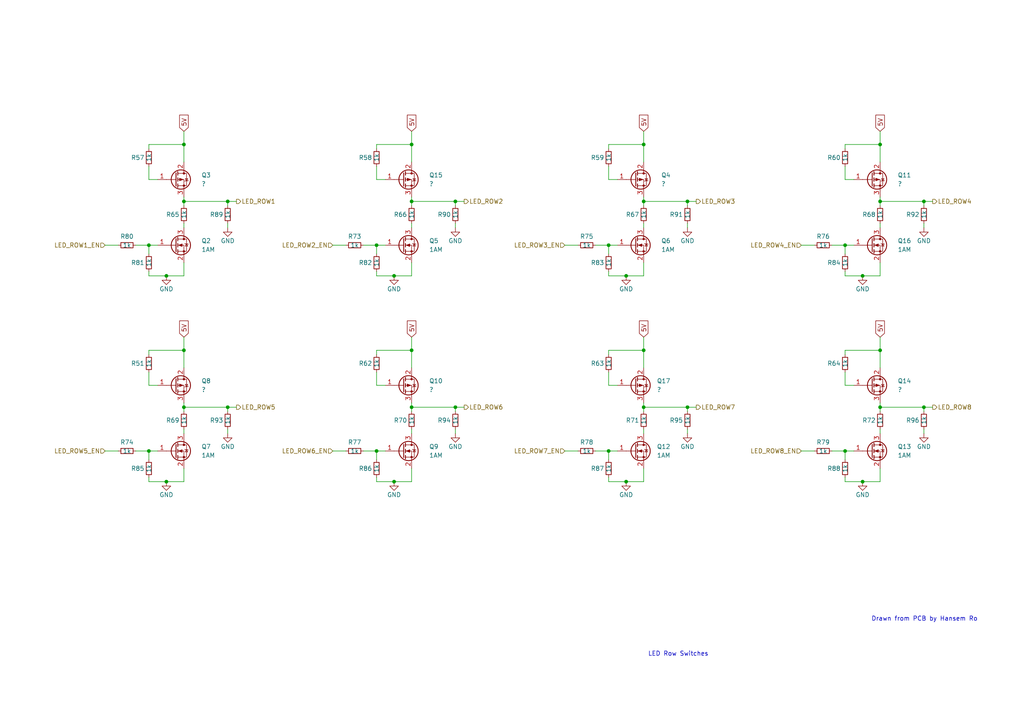
<source format=kicad_sch>
(kicad_sch (version 20211123) (generator eeschema)
  (paper "A4")
  (lib_symbols
    (symbol "Device:Q_NMOS_GSD" (pin_names (offset 0) hide)
      (property "Reference" "Q" (at 5.08 1.27 0))
      (property "Value" "Q_NMOS_GSD" (at 5.08 -1.27 0))
      (symbol "Q_NMOS_GSD_0_1"
        (polyline (pts (xy 0.254 0) (xy -2.54 0)))
        (polyline (pts (xy 0.254 1.905) (xy 0.254 -1.905)) (stroke (width 0.254)))
        (polyline (pts (xy 0.762 -1.27) (xy 0.762 -2.286)) (stroke (width 0.254)))
        (polyline (pts (xy 0.762 0.508) (xy 0.762 -0.508)) (stroke (width 0.254)))
        (polyline (pts (xy 0.762 2.286) (xy 0.762 1.27)) (stroke (width 0.254)))
        (polyline (pts (xy 2.54 2.54) (xy 2.54 1.778)))
        (polyline (pts (xy 2.54 -2.54) (xy 2.54 0) (xy 0.762 0)))
        (polyline (pts (xy 0.762 -1.778) (xy 3.302 -1.778) (xy 3.302 1.778) (xy 0.762 1.778)))
        (polyline (pts (xy 1.016 0) (xy 2.032 0.381) (xy 2.032 -0.381) (xy 1.016 0)) (fill (type outline)))
        (polyline (pts (xy 2.794 0.508) (xy 2.921 0.381) (xy 3.683 0.381) (xy 3.81 0.254)))
        (polyline (pts (xy 3.302 0.381) (xy 2.921 -0.254) (xy 3.683 -0.254) (xy 3.302 0.381)))
        (circle (center 1.651 0) (radius 2.794) (stroke (width 0.254)))
        (circle (center 2.54 -1.778) (radius 0.254) (fill (type outline)))
        (circle (center 2.54 1.778) (radius 0.254) (fill (type outline)))
      )
      (symbol "Q_NMOS_GSD_1_1"
        (pin input line (at -5.08 0 0) (length 2.54) (name "G") (number "1"))
        (pin passive line (at 2.54 -5.08 90) (length 2.54) (name "S") (number "2"))
        (pin passive line (at 2.54 5.08 270) (length 2.54) (name "D") (number "3"))
      )
    )
    (symbol "Device:Q_PMOS_GDS" (pin_names (offset 0) hide)
      (property "Reference" "Q" (at 5.08 1.27 0))
      (property "Value" "Q_PMOS_GDS" (at 5.08 -1.27 0))
      (symbol "Q_PMOS_GDS_0_1"
        (polyline (pts (xy 0.254 0) (xy -2.54 0)))
        (polyline (pts (xy 0.254 1.905) (xy 0.254 -1.905)) (stroke (width 0.254)))
        (polyline (pts (xy 0.762 -1.27) (xy 0.762 -2.286)) (stroke (width 0.254)))
        (polyline (pts (xy 0.762 0.508) (xy 0.762 -0.508)) (stroke (width 0.254)))
        (polyline (pts (xy 0.762 2.286) (xy 0.762 1.27)) (stroke (width 0.254)))
        (polyline (pts (xy 2.54 2.54) (xy 2.54 1.778)))
        (polyline (pts (xy 2.54 -2.54) (xy 2.54 0) (xy 0.762 0)))
        (polyline (pts (xy 0.762 1.778) (xy 3.302 1.778) (xy 3.302 -1.778) (xy 0.762 -1.778)))
        (polyline (pts (xy 2.286 0) (xy 1.27 0.381) (xy 1.27 -0.381) (xy 2.286 0)) (fill (type outline)))
        (polyline (pts (xy 2.794 -0.508) (xy 2.921 -0.381) (xy 3.683 -0.381) (xy 3.81 -0.254)))
        (polyline (pts (xy 3.302 -0.381) (xy 2.921 0.254) (xy 3.683 0.254) (xy 3.302 -0.381)))
        (circle (center 1.651 0) (radius 2.794) (stroke (width 0.254)))
        (circle (center 2.54 -1.778) (radius 0.254) (fill (type outline)))
        (circle (center 2.54 1.778) (radius 0.254) (fill (type outline)))
      )
      (symbol "Q_PMOS_GDS_1_1"
        (pin input line (at -5.08 0 0) (length 2.54) (name "G") (number "1"))
        (pin passive line (at 2.54 5.08 270) (length 2.54) (name "D") (number "2"))
        (pin passive line (at 2.54 -5.08 90) (length 2.54) (name "S") (number "3"))
      )
    )
    (symbol "Device:R_Small" (pin_numbers hide) (pin_names (offset 0.254) hide)
      (property "Reference" "R" (at 0.762 0.508 0))
      (property "Value" "R_Small" (at 0.762 -1.016 0))
      (symbol "R_Small_0_1"
        (rectangle (start -0.762 1.778) (end 0.762 -1.778) (stroke (width 0.2032)))
      )
      (symbol "R_Small_1_1"
        (pin passive line (at 0 2.54 270) (length 0.762) (name "~") (number "1"))
        (pin passive line (at 0 -2.54 90) (length 0.762) (name "~") (number "2"))
      )
    )
    (symbol "power:GND" (power) (pin_names (offset 0))
      (property "Value" "GND" (at 0 -3.81 0))
      (symbol "GND_0_1"
        (polyline (pts (xy 0 0) (xy 0 -1.27) (xy 1.27 -1.27) (xy 0 -2.54) (xy -1.27 -1.27) (xy 0 -1.27)))
      )
      (symbol "GND_1_1"
        (pin power_in line (at 0 0 270) (length 0) hide (name "GND") (number "1"))
      )
    )
  )
  (junction (at 119.38 58.42))
  (junction (at 250.19 139.7))
  (junction (at 255.27 101.6))
  (junction (at 199.39 58.42))
  (junction (at 114.3 80.01))
  (junction (at 114.3 139.7))
  (junction (at 245.11 130.81))
  (junction (at 245.11 71.12))
  (junction (at 255.27 118.11))
  (junction (at 186.69 58.42))
  (junction (at 48.26 80.01))
  (junction (at 48.26 139.7))
  (junction (at 119.38 41.91))
  (junction (at 53.34 41.91))
  (junction (at 66.04 58.42))
  (junction (at 267.97 118.11))
  (junction (at 186.69 101.6))
  (junction (at 53.34 101.6))
  (junction (at 66.04 118.11))
  (junction (at 132.08 118.11))
  (junction (at 181.61 80.01))
  (junction (at 43.18 71.12))
  (junction (at 119.38 101.6))
  (junction (at 186.69 118.11))
  (junction (at 132.08 58.42))
  (junction (at 119.38 118.11))
  (junction (at 176.53 71.12))
  (junction (at 199.39 118.11))
  (junction (at 250.19 80.01))
  (junction (at 109.22 71.12))
  (junction (at 53.34 118.11))
  (junction (at 53.34 58.42))
  (junction (at 176.53 130.81))
  (junction (at 43.18 130.81))
  (junction (at 181.61 139.7))
  (junction (at 186.69 41.91))
  (junction (at 255.27 41.91))
  (junction (at 109.22 130.81))
  (junction (at 255.27 58.42))
  (junction (at 267.97 58.42))
  (wire (pts (xy 109.22 139.7) (xy 114.3 139.7)))
  (wire (pts (xy 245.11 80.01) (xy 250.19 80.01)))
  (wire (pts (xy 132.08 58.42) (xy 134.62 58.42)))
  (wire (pts (xy 241.3 71.12) (xy 245.11 71.12)))
  (wire (pts (xy 163.83 130.81) (xy 167.64 130.81)))
  (wire (pts (xy 53.34 57.15) (xy 53.34 58.42)))
  (wire (pts (xy 176.53 80.01) (xy 181.61 80.01)))
  (wire (pts (xy 53.34 124.46) (xy 53.34 125.73)))
  (wire (pts (xy 114.3 80.01) (xy 119.38 80.01)))
  (wire (pts (xy 109.22 73.66) (xy 109.22 71.12)))
  (wire (pts (xy 267.97 58.42) (xy 270.51 58.42)))
  (wire (pts (xy 53.34 38.1) (xy 53.34 41.91)))
  (wire (pts (xy 199.39 118.11) (xy 201.93 118.11)))
  (wire (pts (xy 255.27 58.42) (xy 267.97 58.42)))
  (wire (pts (xy 245.11 133.35) (xy 245.11 130.81)))
  (wire (pts (xy 245.11 139.7) (xy 250.19 139.7)))
  (wire (pts (xy 255.27 57.15) (xy 255.27 58.42)))
  (wire (pts (xy 109.22 78.74) (xy 109.22 80.01)))
  (wire (pts (xy 176.53 101.6) (xy 186.69 101.6)))
  (wire (pts (xy 241.3 130.81) (xy 245.11 130.81)))
  (wire (pts (xy 43.18 71.12) (xy 45.72 71.12)))
  (wire (pts (xy 43.18 52.07) (xy 45.72 52.07)))
  (wire (pts (xy 96.52 71.12) (xy 100.33 71.12)))
  (wire (pts (xy 30.48 71.12) (xy 34.29 71.12)))
  (wire (pts (xy 43.18 43.18) (xy 43.18 41.91)))
  (wire (pts (xy 43.18 78.74) (xy 43.18 80.01)))
  (wire (pts (xy 53.34 116.84) (xy 53.34 118.11)))
  (wire (pts (xy 119.38 118.11) (xy 132.08 118.11)))
  (wire (pts (xy 109.22 130.81) (xy 111.76 130.81)))
  (wire (pts (xy 245.11 111.76) (xy 247.65 111.76)))
  (wire (pts (xy 267.97 58.42) (xy 267.97 59.69)))
  (wire (pts (xy 176.53 43.18) (xy 176.53 41.91)))
  (wire (pts (xy 109.22 80.01) (xy 114.3 80.01)))
  (wire (pts (xy 176.53 48.26) (xy 176.53 52.07)))
  (wire (pts (xy 39.37 130.81) (xy 43.18 130.81)))
  (wire (pts (xy 245.11 107.95) (xy 245.11 111.76)))
  (wire (pts (xy 105.41 71.12) (xy 109.22 71.12)))
  (wire (pts (xy 267.97 64.77) (xy 267.97 66.04)))
  (wire (pts (xy 30.48 130.81) (xy 34.29 130.81)))
  (wire (pts (xy 255.27 80.01) (xy 255.27 76.2)))
  (wire (pts (xy 255.27 58.42) (xy 255.27 59.69)))
  (wire (pts (xy 109.22 71.12) (xy 111.76 71.12)))
  (wire (pts (xy 176.53 107.95) (xy 176.53 111.76)))
  (wire (pts (xy 53.34 58.42) (xy 66.04 58.42)))
  (wire (pts (xy 53.34 139.7) (xy 53.34 135.89)))
  (wire (pts (xy 176.53 133.35) (xy 176.53 130.81)))
  (wire (pts (xy 43.18 102.87) (xy 43.18 101.6)))
  (wire (pts (xy 255.27 116.84) (xy 255.27 118.11)))
  (wire (pts (xy 255.27 64.77) (xy 255.27 66.04)))
  (wire (pts (xy 232.41 71.12) (xy 236.22 71.12)))
  (wire (pts (xy 109.22 101.6) (xy 119.38 101.6)))
  (wire (pts (xy 199.39 58.42) (xy 201.93 58.42)))
  (wire (pts (xy 176.53 73.66) (xy 176.53 71.12)))
  (wire (pts (xy 53.34 118.11) (xy 66.04 118.11)))
  (wire (pts (xy 245.11 138.43) (xy 245.11 139.7)))
  (wire (pts (xy 43.18 111.76) (xy 45.72 111.76)))
  (wire (pts (xy 245.11 73.66) (xy 245.11 71.12)))
  (wire (pts (xy 119.38 118.11) (xy 119.38 119.38)))
  (wire (pts (xy 172.72 71.12) (xy 176.53 71.12)))
  (wire (pts (xy 176.53 138.43) (xy 176.53 139.7)))
  (wire (pts (xy 176.53 52.07) (xy 179.07 52.07)))
  (wire (pts (xy 43.18 73.66) (xy 43.18 71.12)))
  (wire (pts (xy 255.27 118.11) (xy 267.97 118.11)))
  (wire (pts (xy 186.69 80.01) (xy 186.69 76.2)))
  (wire (pts (xy 176.53 139.7) (xy 181.61 139.7)))
  (wire (pts (xy 245.11 48.26) (xy 245.11 52.07)))
  (wire (pts (xy 109.22 48.26) (xy 109.22 52.07)))
  (wire (pts (xy 186.69 139.7) (xy 186.69 135.89)))
  (wire (pts (xy 176.53 102.87) (xy 176.53 101.6)))
  (wire (pts (xy 119.38 41.91) (xy 119.38 46.99)))
  (wire (pts (xy 255.27 41.91) (xy 255.27 46.99)))
  (wire (pts (xy 53.34 80.01) (xy 53.34 76.2)))
  (wire (pts (xy 119.38 139.7) (xy 119.38 135.89)))
  (wire (pts (xy 199.39 124.46) (xy 199.39 125.73)))
  (wire (pts (xy 132.08 118.11) (xy 132.08 119.38)))
  (wire (pts (xy 43.18 48.26) (xy 43.18 52.07)))
  (wire (pts (xy 176.53 78.74) (xy 176.53 80.01)))
  (wire (pts (xy 132.08 64.77) (xy 132.08 66.04)))
  (wire (pts (xy 186.69 58.42) (xy 186.69 59.69)))
  (wire (pts (xy 255.27 139.7) (xy 255.27 135.89)))
  (wire (pts (xy 186.69 58.42) (xy 199.39 58.42)))
  (wire (pts (xy 109.22 52.07) (xy 111.76 52.07)))
  (wire (pts (xy 245.11 71.12) (xy 247.65 71.12)))
  (wire (pts (xy 232.41 130.81) (xy 236.22 130.81)))
  (wire (pts (xy 267.97 118.11) (xy 270.51 118.11)))
  (wire (pts (xy 48.26 80.01) (xy 53.34 80.01)))
  (wire (pts (xy 43.18 107.95) (xy 43.18 111.76)))
  (wire (pts (xy 43.18 139.7) (xy 48.26 139.7)))
  (wire (pts (xy 255.27 101.6) (xy 255.27 106.68)))
  (wire (pts (xy 255.27 118.11) (xy 255.27 119.38)))
  (wire (pts (xy 176.53 41.91) (xy 186.69 41.91)))
  (wire (pts (xy 255.27 124.46) (xy 255.27 125.73)))
  (wire (pts (xy 199.39 58.42) (xy 199.39 59.69)))
  (wire (pts (xy 48.26 139.7) (xy 53.34 139.7)))
  (wire (pts (xy 267.97 118.11) (xy 267.97 119.38)))
  (wire (pts (xy 181.61 80.01) (xy 186.69 80.01)))
  (wire (pts (xy 96.52 130.81) (xy 100.33 130.81)))
  (wire (pts (xy 186.69 38.1) (xy 186.69 41.91)))
  (wire (pts (xy 186.69 57.15) (xy 186.69 58.42)))
  (wire (pts (xy 109.22 43.18) (xy 109.22 41.91)))
  (wire (pts (xy 66.04 124.46) (xy 66.04 125.73)))
  (wire (pts (xy 119.38 64.77) (xy 119.38 66.04)))
  (wire (pts (xy 176.53 130.81) (xy 179.07 130.81)))
  (wire (pts (xy 109.22 111.76) (xy 111.76 111.76)))
  (wire (pts (xy 250.19 80.01) (xy 255.27 80.01)))
  (wire (pts (xy 186.69 64.77) (xy 186.69 66.04)))
  (wire (pts (xy 53.34 118.11) (xy 53.34 119.38)))
  (wire (pts (xy 43.18 133.35) (xy 43.18 130.81)))
  (wire (pts (xy 186.69 118.11) (xy 186.69 119.38)))
  (wire (pts (xy 245.11 52.07) (xy 247.65 52.07)))
  (wire (pts (xy 119.38 38.1) (xy 119.38 41.91)))
  (wire (pts (xy 43.18 130.81) (xy 45.72 130.81)))
  (wire (pts (xy 119.38 116.84) (xy 119.38 118.11)))
  (wire (pts (xy 186.69 124.46) (xy 186.69 125.73)))
  (wire (pts (xy 132.08 58.42) (xy 132.08 59.69)))
  (wire (pts (xy 245.11 101.6) (xy 255.27 101.6)))
  (wire (pts (xy 53.34 97.79) (xy 53.34 101.6)))
  (wire (pts (xy 109.22 133.35) (xy 109.22 130.81)))
  (wire (pts (xy 255.27 38.1) (xy 255.27 41.91)))
  (wire (pts (xy 176.53 71.12) (xy 179.07 71.12)))
  (wire (pts (xy 53.34 41.91) (xy 53.34 46.99)))
  (wire (pts (xy 199.39 64.77) (xy 199.39 66.04)))
  (wire (pts (xy 186.69 101.6) (xy 186.69 106.68)))
  (wire (pts (xy 66.04 58.42) (xy 68.58 58.42)))
  (wire (pts (xy 119.38 101.6) (xy 119.38 106.68)))
  (wire (pts (xy 53.34 101.6) (xy 53.34 106.68)))
  (wire (pts (xy 245.11 78.74) (xy 245.11 80.01)))
  (wire (pts (xy 186.69 97.79) (xy 186.69 101.6)))
  (wire (pts (xy 43.18 138.43) (xy 43.18 139.7)))
  (wire (pts (xy 109.22 41.91) (xy 119.38 41.91)))
  (wire (pts (xy 132.08 124.46) (xy 132.08 125.73)))
  (wire (pts (xy 119.38 97.79) (xy 119.38 101.6)))
  (wire (pts (xy 163.83 71.12) (xy 167.64 71.12)))
  (wire (pts (xy 119.38 80.01) (xy 119.38 76.2)))
  (wire (pts (xy 43.18 80.01) (xy 48.26 80.01)))
  (wire (pts (xy 186.69 118.11) (xy 199.39 118.11)))
  (wire (pts (xy 186.69 116.84) (xy 186.69 118.11)))
  (wire (pts (xy 119.38 57.15) (xy 119.38 58.42)))
  (wire (pts (xy 53.34 58.42) (xy 53.34 59.69)))
  (wire (pts (xy 176.53 111.76) (xy 179.07 111.76)))
  (wire (pts (xy 186.69 41.91) (xy 186.69 46.99)))
  (wire (pts (xy 132.08 118.11) (xy 134.62 118.11)))
  (wire (pts (xy 250.19 139.7) (xy 255.27 139.7)))
  (wire (pts (xy 109.22 107.95) (xy 109.22 111.76)))
  (wire (pts (xy 109.22 102.87) (xy 109.22 101.6)))
  (wire (pts (xy 267.97 124.46) (xy 267.97 125.73)))
  (wire (pts (xy 109.22 138.43) (xy 109.22 139.7)))
  (wire (pts (xy 66.04 64.77) (xy 66.04 66.04)))
  (wire (pts (xy 105.41 130.81) (xy 109.22 130.81)))
  (wire (pts (xy 245.11 41.91) (xy 255.27 41.91)))
  (wire (pts (xy 119.38 124.46) (xy 119.38 125.73)))
  (wire (pts (xy 255.27 97.79) (xy 255.27 101.6)))
  (wire (pts (xy 199.39 118.11) (xy 199.39 119.38)))
  (wire (pts (xy 39.37 71.12) (xy 43.18 71.12)))
  (wire (pts (xy 172.72 130.81) (xy 176.53 130.81)))
  (wire (pts (xy 181.61 139.7) (xy 186.69 139.7)))
  (wire (pts (xy 119.38 58.42) (xy 132.08 58.42)))
  (wire (pts (xy 245.11 130.81) (xy 247.65 130.81)))
  (wire (pts (xy 66.04 118.11) (xy 66.04 119.38)))
  (wire (pts (xy 245.11 43.18) (xy 245.11 41.91)))
  (wire (pts (xy 43.18 41.91) (xy 53.34 41.91)))
  (wire (pts (xy 66.04 58.42) (xy 66.04 59.69)))
  (wire (pts (xy 114.3 139.7) (xy 119.38 139.7)))
  (wire (pts (xy 43.18 101.6) (xy 53.34 101.6)))
  (wire (pts (xy 245.11 102.87) (xy 245.11 101.6)))
  (wire (pts (xy 66.04 118.11) (xy 68.58 118.11)))
  (wire (pts (xy 53.34 64.77) (xy 53.34 66.04)))
  (wire (pts (xy 119.38 58.42) (xy 119.38 59.69)))
  (text "LED Row Switches" (at 187.96 190.5 0) (effects (font (size 1.27 1.27)) (justify left bottom)))
  (text "Drawn from PCB by Hansem Ro" (at 252.73 180.34 0) (effects (font (size 1.27 1.27)) (justify left bottom)))
  (global_label "5V" (shape input) (at 255.27 38.1 90) (property "Intersheet References" "${INTERSHEET_REFS}" (effects hide)))
  (global_label "5V" (shape input) (at 255.27 97.79 90) (property "Intersheet References" "${INTERSHEET_REFS}" (effects hide)))
  (global_label "5V" (shape input) (at 53.34 38.1 90) (property "Intersheet References" "${INTERSHEET_REFS}" (effects hide)))
  (global_label "5V" (shape input) (at 119.38 97.79 90) (property "Intersheet References" "${INTERSHEET_REFS}" (effects hide)))
  (global_label "5V" (shape input) (at 186.69 38.1 90) (property "Intersheet References" "${INTERSHEET_REFS}" (effects hide)))
  (global_label "5V" (shape input) (at 186.69 97.79 90) (property "Intersheet References" "${INTERSHEET_REFS}" (effects hide)))
  (global_label "5V" (shape input) (at 119.38 38.1 90) (property "Intersheet References" "${INTERSHEET_REFS}" (effects hide)))
  (global_label "5V" (shape input) (at 53.34 97.79 90) (property "Intersheet References" "${INTERSHEET_REFS}" (effects hide)))
  (hierarchical_label "LED_ROW2_EN" (shape input) (at 96.52 71.12 180))
  (hierarchical_label "LED_ROW3_EN" (shape input) (at 163.83 71.12 180))
  (hierarchical_label "LED_ROW8_EN" (shape input) (at 232.41 130.81 180))
  (hierarchical_label "LED_ROW7" (shape output) (at 201.93 118.11 0))
  (hierarchical_label "LED_ROW4_EN" (shape input) (at 232.41 71.12 180))
  (hierarchical_label "LED_ROW6" (shape output) (at 134.62 118.11 0))
  (hierarchical_label "LED_ROW7_EN" (shape input) (at 163.83 130.81 180))
  (hierarchical_label "LED_ROW2" (shape output) (at 134.62 58.42 0))
  (hierarchical_label "LED_ROW8" (shape output) (at 270.51 118.11 0))
  (hierarchical_label "LED_ROW6_EN" (shape input) (at 96.52 130.81 180))
  (hierarchical_label "LED_ROW4" (shape output) (at 270.51 58.42 0))
  (hierarchical_label "LED_ROW5" (shape output) (at 68.58 118.11 0))
  (hierarchical_label "LED_ROW1_EN" (shape input) (at 30.48 71.12 180))
  (hierarchical_label "LED_ROW3" (shape output) (at 201.93 58.42 0))
  (hierarchical_label "LED_ROW5_EN" (shape input) (at 30.48 130.81 180))
  (hierarchical_label "LED_ROW1" (shape output) (at 68.58 58.42 0))
  (symbol (lib_id "Device:R_Small") (at 267.97 121.92 0) (unit 1)
    (property "Reference" "R96" (at 266.7 121.92 0) (effects (justify right)))
    (property "Value" "1k" (at 267.97 121.92 90))
  )
  (symbol (lib_id "Device:R_Small") (at 43.18 105.41 0) (unit 1)
    (property "Reference" "R51" (at 41.91 105.41 0) (effects (justify right)))
    (property "Value" "1k" (at 43.18 105.41 90))
  )
  (symbol (lib_id "Device:Q_PMOS_GDS") (at 252.73 111.76 0) (unit 1)
    (property "Reference" "Q14" (at 260.35 110.4899 0) (effects (justify left)))
    (property "Value" "?" (at 260.35 113.0299 0) (effects (justify left)))
  )
  (symbol (lib_id "Device:R_Small") (at 245.11 45.72 0) (unit 1)
    (property "Reference" "R60" (at 243.84 45.72 0) (effects (justify right)))
    (property "Value" "1k" (at 245.11 45.72 90))
  )
  (symbol (lib_id "Device:R_Small") (at 119.38 62.23 0) (unit 1)
    (property "Reference" "R66" (at 118.11 62.23 0) (effects (justify right)))
    (property "Value" "1k" (at 119.38 62.23 90))
  )
  (symbol (lib_id "Device:Q_PMOS_GDS") (at 184.15 52.07 0) (unit 1)
    (property "Reference" "Q4" (at 191.77 50.7999 0) (effects (justify left)))
    (property "Value" "?" (at 191.77 53.3399 0) (effects (justify left)))
  )
  (symbol (lib_id "Device:R_Small") (at 176.53 105.41 0) (unit 1)
    (property "Reference" "R63" (at 175.26 105.41 0) (effects (justify right)))
    (property "Value" "1k" (at 176.53 105.41 90))
  )
  (symbol (lib_id "Device:R_Small") (at 66.04 121.92 0) (unit 1)
    (property "Reference" "R93" (at 64.77 121.92 0) (effects (justify right)))
    (property "Value" "1k" (at 66.04 121.92 90))
  )
  (symbol (lib_id "Device:R_Small") (at 267.97 62.23 0) (unit 1)
    (property "Reference" "R92" (at 266.7 62.23 0) (effects (justify right)))
    (property "Value" "1k" (at 267.97 62.23 90))
  )
  (symbol (lib_id "Device:Q_NMOS_GSD") (at 184.15 71.12 0) (unit 1)
    (property "Reference" "Q6" (at 191.77 69.8499 0) (effects (justify left)))
    (property "Value" "1AM" (at 191.77 72.3899 0) (effects (justify left)))
  )
  (symbol (lib_id "Device:R_Small") (at 255.27 121.92 0) (unit 1)
    (property "Reference" "R72" (at 254 121.92 0) (effects (justify right)))
    (property "Value" "1k" (at 255.27 121.92 90))
  )
  (symbol (lib_id "Device:R_Small") (at 245.11 105.41 0) (unit 1)
    (property "Reference" "R64" (at 243.84 105.41 0) (effects (justify right)))
    (property "Value" "1k" (at 245.11 105.41 90))
  )
  (symbol (lib_id "Device:R_Small") (at 43.18 45.72 0) (unit 1)
    (property "Reference" "R57" (at 41.91 45.72 0) (effects (justify right)))
    (property "Value" "1k" (at 43.18 45.72 90))
  )
  (symbol (lib_id "Device:R_Small") (at 43.18 135.89 0) (unit 1)
    (property "Reference" "R85" (at 41.91 135.89 0) (effects (justify right)))
    (property "Value" "1k" (at 43.18 135.89 90))
  )
  (symbol (lib_id "power:GND") (at 250.19 139.7 0) (unit 1)
    (property "Reference" "#PWR0113" (effects hide))
    (property "Value" "GND" (at 250.19 143.51 0))
  )
  (symbol (lib_id "Device:Q_PMOS_GDS") (at 252.73 52.07 0) (unit 1)
    (property "Reference" "Q11" (at 260.35 50.7999 0) (effects (justify left)))
    (property "Value" "?" (at 260.35 53.3399 0) (effects (justify left)))
  )
  (symbol (lib_id "power:GND") (at 267.97 125.73 0) (unit 1)
    (property "Reference" "#PWR0115" (effects hide))
    (property "Value" "GND" (at 267.97 129.54 0))
  )
  (symbol (lib_id "Device:R_Small") (at 109.22 105.41 0) (unit 1)
    (property "Reference" "R62" (at 107.95 105.41 0) (effects (justify right)))
    (property "Value" "1k" (at 109.22 105.41 90))
  )
  (symbol (lib_id "Device:R_Small") (at 36.83 71.12 270) (unit 1)
    (property "Reference" "R80" (at 36.83 68.58 90))
    (property "Value" "1k" (at 36.83 71.12 90))
  )
  (symbol (lib_id "power:GND") (at 132.08 66.04 0) (unit 1)
    (property "Reference" "#PWR0117" (effects hide))
    (property "Value" "GND" (at 132.08 69.85 0))
  )
  (symbol (lib_id "power:GND") (at 132.08 125.73 0) (unit 1)
    (property "Reference" "#PWR0119" (effects hide))
    (property "Value" "GND" (at 132.08 129.54 0))
  )
  (symbol (lib_id "Device:R_Small") (at 36.83 130.81 270) (unit 1)
    (property "Reference" "R74" (at 36.83 128.27 90))
    (property "Value" "1k" (at 36.83 130.81 90))
  )
  (symbol (lib_id "Device:R_Small") (at 132.08 62.23 0) (unit 1)
    (property "Reference" "R90" (at 130.81 62.23 0) (effects (justify right)))
    (property "Value" "1k" (at 132.08 62.23 90))
  )
  (symbol (lib_id "Device:R_Small") (at 176.53 135.89 0) (unit 1)
    (property "Reference" "R87" (at 175.26 135.89 0) (effects (justify right)))
    (property "Value" "1k" (at 176.53 135.89 90))
  )
  (symbol (lib_id "Device:Q_NMOS_GSD") (at 50.8 130.81 0) (unit 1)
    (property "Reference" "Q7" (at 58.42 129.5399 0) (effects (justify left)))
    (property "Value" "1AM" (at 58.42 132.0799 0) (effects (justify left)))
  )
  (symbol (lib_id "power:GND") (at 48.26 139.7 0) (unit 1)
    (property "Reference" "#PWR0122" (effects hide))
    (property "Value" "GND" (at 48.26 143.51 0))
  )
  (symbol (lib_id "power:GND") (at 114.3 80.01 0) (unit 1)
    (property "Reference" "#PWR0116" (effects hide))
    (property "Value" "GND" (at 114.3 83.82 0))
  )
  (symbol (lib_id "Device:R_Small") (at 199.39 121.92 0) (unit 1)
    (property "Reference" "R95" (at 198.12 121.92 0) (effects (justify right)))
    (property "Value" "1k" (at 199.39 121.92 90))
  )
  (symbol (lib_id "power:GND") (at 66.04 66.04 0) (unit 1)
    (property "Reference" "#PWR0121" (effects hide))
    (property "Value" "GND" (at 66.04 69.85 0))
  )
  (symbol (lib_id "Device:Q_PMOS_GDS") (at 116.84 111.76 0) (unit 1)
    (property "Reference" "Q10" (at 124.46 110.4899 0) (effects (justify left)))
    (property "Value" "?" (at 124.46 113.0299 0) (effects (justify left)))
  )
  (symbol (lib_id "power:GND") (at 66.04 125.73 0) (unit 1)
    (property "Reference" "#PWR0123" (effects hide))
    (property "Value" "GND" (at 66.04 129.54 0))
  )
  (symbol (lib_id "power:GND") (at 199.39 66.04 0) (unit 1)
    (property "Reference" "#PWR0110" (effects hide))
    (property "Value" "GND" (at 199.39 69.85 0))
  )
  (symbol (lib_id "Device:Q_PMOS_GDS") (at 50.8 52.07 0) (unit 1)
    (property "Reference" "Q3" (at 58.42 50.7999 0) (effects (justify left)))
    (property "Value" "?" (at 58.42 53.3399 0) (effects (justify left)))
  )
  (symbol (lib_id "Device:R_Small") (at 245.11 135.89 0) (unit 1)
    (property "Reference" "R88" (at 243.84 135.89 0) (effects (justify right)))
    (property "Value" "1k" (at 245.11 135.89 90))
  )
  (symbol (lib_id "power:GND") (at 267.97 66.04 0) (unit 1)
    (property "Reference" "#PWR0112" (effects hide))
    (property "Value" "GND" (at 267.97 69.85 0))
  )
  (symbol (lib_id "Device:Q_NMOS_GSD") (at 50.8 71.12 0) (unit 1)
    (property "Reference" "Q2" (at 58.42 69.8499 0) (effects (justify left)))
    (property "Value" "1AM" (at 58.42 72.3899 0) (effects (justify left)))
  )
  (symbol (lib_id "Device:R_Small") (at 176.53 45.72 0) (unit 1)
    (property "Reference" "R59" (at 175.26 45.72 0) (effects (justify right)))
    (property "Value" "1k" (at 176.53 45.72 90))
  )
  (symbol (lib_id "Device:R_Small") (at 238.76 71.12 270) (unit 1)
    (property "Reference" "R76" (at 238.76 68.58 90))
    (property "Value" "1k" (at 238.76 71.12 90))
  )
  (symbol (lib_id "Device:R_Small") (at 109.22 45.72 0) (unit 1)
    (property "Reference" "R58" (at 107.95 45.72 0) (effects (justify right)))
    (property "Value" "1k" (at 109.22 45.72 90))
  )
  (symbol (lib_id "Device:R_Small") (at 43.18 76.2 0) (unit 1)
    (property "Reference" "R81" (at 41.91 76.2 0) (effects (justify right)))
    (property "Value" "1k" (at 43.18 76.2 90))
  )
  (symbol (lib_id "Device:R_Small") (at 176.53 76.2 0) (unit 1)
    (property "Reference" "R83" (at 175.26 76.2 0) (effects (justify right)))
    (property "Value" "1k" (at 176.53 76.2 90))
  )
  (symbol (lib_id "power:GND") (at 250.19 80.01 0) (unit 1)
    (property "Reference" "#PWR0114" (effects hide))
    (property "Value" "GND" (at 250.19 83.82 0))
  )
  (symbol (lib_id "power:GND") (at 181.61 80.01 0) (unit 1)
    (property "Reference" "#PWR0111" (effects hide))
    (property "Value" "GND" (at 181.61 83.82 0))
  )
  (symbol (lib_id "Device:Q_NMOS_GSD") (at 116.84 71.12 0) (unit 1)
    (property "Reference" "Q5" (at 124.46 69.8499 0) (effects (justify left)))
    (property "Value" "1AM" (at 124.46 72.3899 0) (effects (justify left)))
  )
  (symbol (lib_id "Device:R_Small") (at 170.18 71.12 270) (unit 1)
    (property "Reference" "R75" (at 170.18 68.58 90))
    (property "Value" "1k" (at 170.18 71.12 90))
  )
  (symbol (lib_id "Device:R_Small") (at 186.69 62.23 0) (unit 1)
    (property "Reference" "R67" (at 185.42 62.23 0) (effects (justify right)))
    (property "Value" "1k" (at 186.69 62.23 90))
  )
  (symbol (lib_id "Device:R_Small") (at 186.69 121.92 0) (unit 1)
    (property "Reference" "R71" (at 185.42 121.92 0) (effects (justify right)))
    (property "Value" "1k" (at 186.69 121.92 90))
  )
  (symbol (lib_id "Device:R_Small") (at 109.22 76.2 0) (unit 1)
    (property "Reference" "R82" (at 107.95 76.2 0) (effects (justify right)))
    (property "Value" "1k" (at 109.22 76.2 90))
  )
  (symbol (lib_id "Device:R_Small") (at 119.38 121.92 0) (unit 1)
    (property "Reference" "R70" (at 118.11 121.92 0) (effects (justify right)))
    (property "Value" "1k" (at 119.38 121.92 90))
  )
  (symbol (lib_id "Device:Q_NMOS_GSD") (at 116.84 130.81 0) (unit 1)
    (property "Reference" "Q9" (at 124.46 129.5399 0) (effects (justify left)))
    (property "Value" "1AM" (at 124.46 132.0799 0) (effects (justify left)))
  )
  (symbol (lib_id "Device:R_Small") (at 102.87 130.81 270) (unit 1)
    (property "Reference" "R77" (at 102.87 128.27 90))
    (property "Value" "1k" (at 102.87 130.81 90))
  )
  (symbol (lib_id "Device:Q_NMOS_GSD") (at 252.73 71.12 0) (unit 1)
    (property "Reference" "Q16" (at 260.35 69.8499 0) (effects (justify left)))
    (property "Value" "1AM" (at 260.35 72.3899 0) (effects (justify left)))
  )
  (symbol (lib_id "Device:R_Small") (at 109.22 135.89 0) (unit 1)
    (property "Reference" "R86" (at 107.95 135.89 0) (effects (justify right)))
    (property "Value" "1k" (at 109.22 135.89 90))
  )
  (symbol (lib_id "Device:R_Small") (at 53.34 62.23 0) (unit 1)
    (property "Reference" "R65" (at 52.07 62.23 0) (effects (justify right)))
    (property "Value" "1k" (at 53.34 62.23 90))
  )
  (symbol (lib_id "Device:R_Small") (at 238.76 130.81 270) (unit 1)
    (property "Reference" "R79" (at 238.76 128.27 90))
    (property "Value" "1k" (at 238.76 130.81 90))
  )
  (symbol (lib_id "Device:R_Small") (at 255.27 62.23 0) (unit 1)
    (property "Reference" "R68" (at 254 62.23 0) (effects (justify right)))
    (property "Value" "1k" (at 255.27 62.23 90))
  )
  (symbol (lib_id "power:GND") (at 181.61 139.7 0) (unit 1)
    (property "Reference" "#PWR0109" (effects hide))
    (property "Value" "GND" (at 181.61 143.51 0))
  )
  (symbol (lib_id "Device:Q_PMOS_GDS") (at 50.8 111.76 0) (unit 1)
    (property "Reference" "Q8" (at 58.42 110.4899 0) (effects (justify left)))
    (property "Value" "?" (at 58.42 113.0299 0) (effects (justify left)))
  )
  (symbol (lib_id "Device:R_Small") (at 199.39 62.23 0) (unit 1)
    (property "Reference" "R91" (at 198.12 62.23 0) (effects (justify right)))
    (property "Value" "1k" (at 199.39 62.23 90))
  )
  (symbol (lib_id "power:GND") (at 199.39 125.73 0) (unit 1)
    (property "Reference" "#PWR0108" (effects hide))
    (property "Value" "GND" (at 199.39 129.54 0))
  )
  (symbol (lib_id "Device:R_Small") (at 170.18 130.81 270) (unit 1)
    (property "Reference" "R78" (at 170.18 128.27 90))
    (property "Value" "1k" (at 170.18 130.81 90))
  )
  (symbol (lib_id "power:GND") (at 48.26 80.01 0) (unit 1)
    (property "Reference" "#PWR0120" (effects hide))
    (property "Value" "GND" (at 48.26 83.82 0))
  )
  (symbol (lib_id "Device:Q_PMOS_GDS") (at 184.15 111.76 0) (unit 1)
    (property "Reference" "Q17" (at 190.5 110.4899 0) (effects (justify left)))
    (property "Value" "?" (at 190.5 113.0299 0) (effects (justify left)))
  )
  (symbol (lib_id "Device:R_Small") (at 132.08 121.92 0) (unit 1)
    (property "Reference" "R94" (at 130.81 121.92 0) (effects (justify right)))
    (property "Value" "1k" (at 132.08 121.92 90))
  )
  (symbol (lib_id "Device:R_Small") (at 53.34 121.92 0) (unit 1)
    (property "Reference" "R69" (at 52.07 121.92 0) (effects (justify right)))
    (property "Value" "1k" (at 53.34 121.92 90))
  )
  (symbol (lib_id "Device:Q_NMOS_GSD") (at 184.15 130.81 0) (unit 1)
    (property "Reference" "Q12" (at 190.5 129.5399 0) (effects (justify left)))
    (property "Value" "1AM" (at 190.5 132.0799 0) (effects (justify left)))
  )
  (symbol (lib_id "Device:R_Small") (at 245.11 76.2 0) (unit 1)
    (property "Reference" "R84" (at 243.84 76.2 0) (effects (justify right)))
    (property "Value" "1k" (at 245.11 76.2 90))
  )
  (symbol (lib_id "Device:Q_PMOS_GDS") (at 116.84 52.07 0) (unit 1)
    (property "Reference" "Q15" (at 124.46 50.7999 0) (effects (justify left)))
    (property "Value" "?" (at 124.46 53.3399 0) (effects (justify left)))
  )
  (symbol (lib_id "Device:R_Small") (at 102.87 71.12 270) (unit 1)
    (property "Reference" "R73" (at 102.87 68.58 90))
    (property "Value" "1k" (at 102.87 71.12 90))
  )
  (symbol (lib_id "Device:Q_NMOS_GSD") (at 252.73 130.81 0) (unit 1)
    (property "Reference" "Q13" (at 260.35 129.5399 0) (effects (justify left)))
    (property "Value" "1AM" (at 260.35 132.0799 0) (effects (justify left)))
  )
  (symbol (lib_id "Device:R_Small") (at 66.04 62.23 0) (unit 1)
    (property "Reference" "R89" (at 64.77 62.23 0) (effects (justify right)))
    (property "Value" "1k" (at 66.04 62.23 90))
  )
  (symbol (lib_id "power:GND") (at 114.3 139.7 0) (unit 1)
    (property "Reference" "#PWR0118" (effects hide))
    (property "Value" "GND" (at 114.3 143.51 0))
  )
)
</source>
